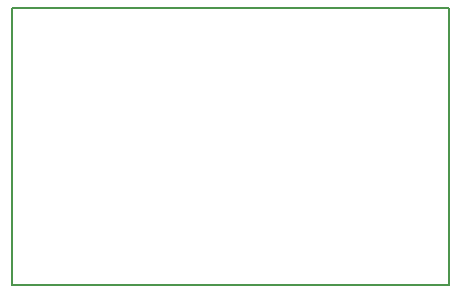
<source format=gm1>
G04 #@! TF.FileFunction,Profile,NP*
%FSLAX46Y46*%
G04 Gerber Fmt 4.6, Leading zero omitted, Abs format (unit mm)*
G04 Created by KiCad (PCBNEW (2016-04-26 BZR 6712, Git b92ad6f)-product) date 03/05/2016 22:11:21*
%MOMM*%
%LPD*%
G01*
G04 APERTURE LIST*
%ADD10C,0.100000*%
%ADD11C,0.150000*%
G04 APERTURE END LIST*
D10*
D11*
X174000000Y-80500000D02*
X174000000Y-104000000D01*
X211000000Y-80500000D02*
X174000000Y-80500000D01*
X211000000Y-104000000D02*
X211000000Y-80500000D01*
X174000000Y-104000000D02*
X211000000Y-104000000D01*
M02*

</source>
